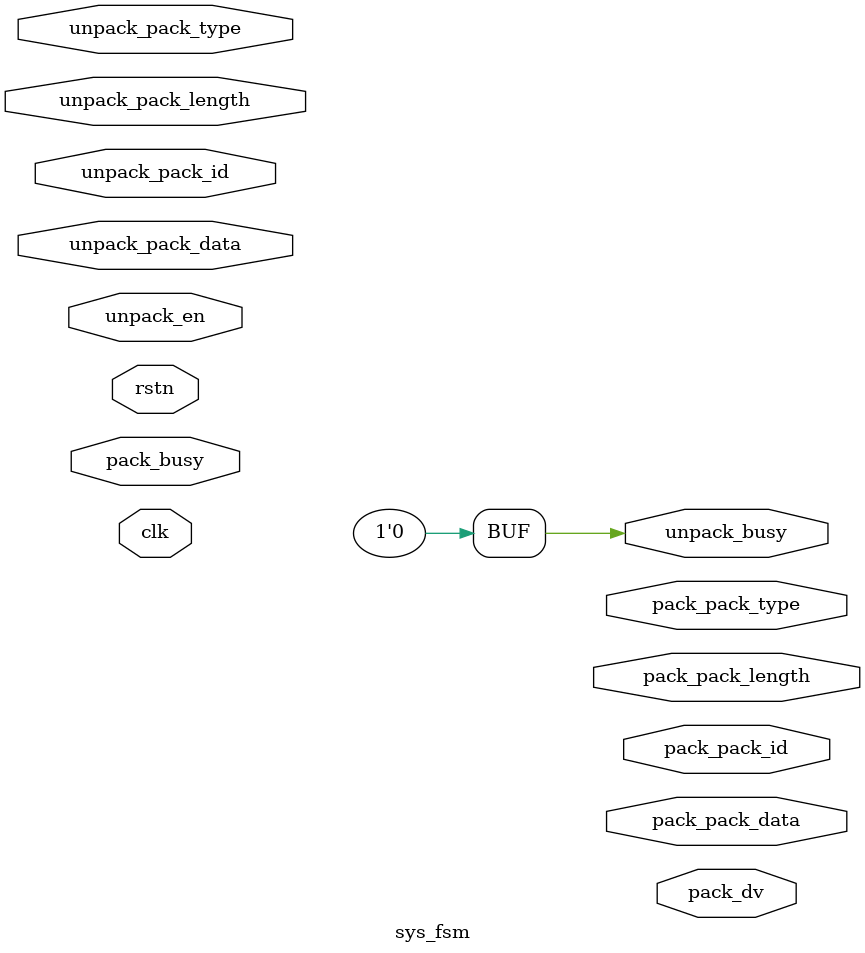
<source format=v>
module sys_fsm (
    input clk,
    input rstn,

    // From CCU Unpack
    output reg          unpack_busy,
    input               unpack_en,
    input      [15 : 0] unpack_pack_id,
    input      [12 : 0] unpack_pack_length,
    input      [ 7 : 0] unpack_pack_data,
    input      [ 7 : 0] unpack_pack_type,

    // To CCU Pack
    input               pack_busy,
    output reg          pack_dv,
    output reg [15 : 0] pack_pack_id,
    output reg [12 : 0] pack_pack_length,
    output reg [ 7 : 0] pack_pack_data,
    output reg [ 7 : 0] pack_pack_type

);
    always @(*) begin
        unpack_busy = 0;
    end
endmodule

</source>
